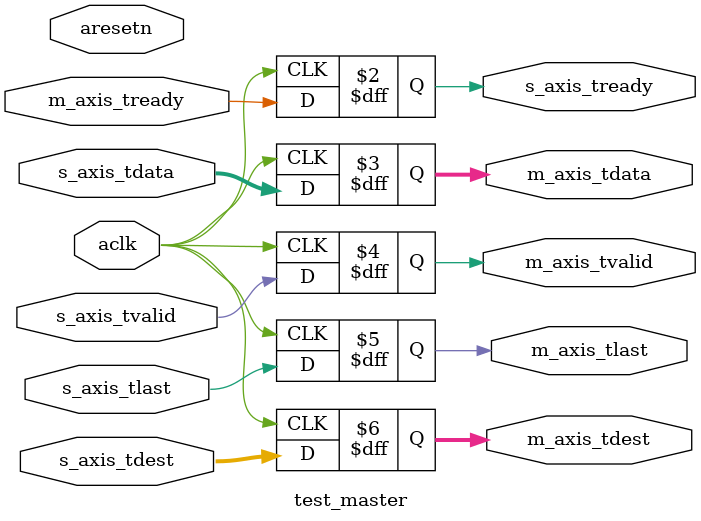
<source format=sv>
module test_master #(
    parameter DATA_WIDTH = 64
)(
    input  logic                     aclk,
    input  logic                     aresetn,

    // ---------------------------------
    // AXI-Stream Slave (requests)
    // ---------------------------------
    input  logic [DATA_WIDTH-1:0]     s_axis_tdata,
    input  logic                      s_axis_tvalid,
    output logic                      s_axis_tready,
    input  logic                      s_axis_tlast,
    input  logic[1:0]                 s_axis_tdest,

    // ---------------------------------
    // AXI-Stream Master (responses)
    // ---------------------------------
    output logic [DATA_WIDTH-1:0]     m_axis_tdata,
    output logic                      m_axis_tvalid,
    input  logic                      m_axis_tready,
    output logic                      m_axis_tlast,
    output logic[1:0]                 m_axis_tdest
);
    // Conceptually:
    //   s_axis_* signals are directly forwarded to m_axis_*
    //   Optionally, you could add buffering, decoding, or handshaking here later
    always @(posedge aclk) begin
        m_axis_tdata <= s_axis_tdata;
        m_axis_tvalid <= s_axis_tvalid;
        s_axis_tready <= m_axis_tready;
        m_axis_tlast <= s_axis_tlast;
        m_axis_tdest <= s_axis_tdest;
    end
endmodule
</source>
